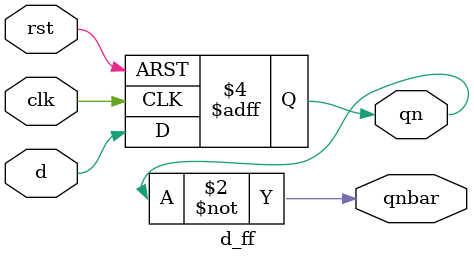
<source format=v>

module d_ff(input d,clk,rst,output reg qn, output qnbar);

 initial qn =0 ;

 always@(posedge clk or posedge rst)begin
  
   if(rst)
   
     qn <= 0;
     
   else begin
     
     qn <= d; 
     
   end
 end
 
 assign qnbar = ~qn ;
 
endmodule

</source>
